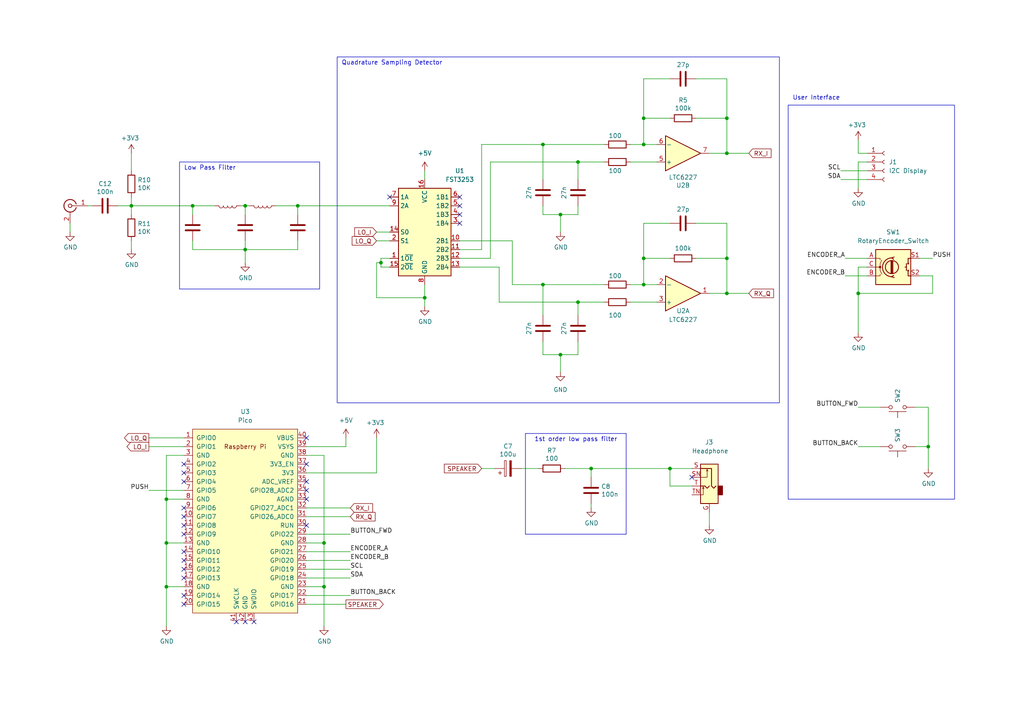
<source format=kicad_sch>
(kicad_sch (version 20230121) (generator eeschema)
  (paper "A4")
  (lib_symbols
    (symbol "Amplifier_Operational:LM4562" (pin_names (offset 0.127))
      (property "Reference" "U" (at 0 5.08 0))
      (property "Value" "LM4562" (at 0 -5.08 0))
      (symbol "LM4562_1_1"
        (polyline (pts (xy -5.08 5.08) (xy 5.08 0) (xy -5.08 -5.08) (xy -5.08 5.08)) (stroke (width 0.254)) (fill (type background)))
        (pin output line (at 7.62 0 180) (length 2.54) (name "~") (number "1"))
        (pin input line (at -7.62 -2.54 0) (length 2.54) (name "-") (number "2"))
        (pin input line (at -7.62 2.54 0) (length 2.54) (name "+") (number "3"))
      )
      (symbol "LM4562_2_1"
        (polyline (pts (xy -5.08 5.08) (xy 5.08 0) (xy -5.08 -5.08) (xy -5.08 5.08)) (stroke (width 0.254)) (fill (type background)))
        (pin input line (at -7.62 2.54 0) (length 2.54) (name "+") (number "5"))
        (pin input line (at -7.62 -2.54 0) (length 2.54) (name "-") (number "6"))
        (pin output line (at 7.62 0 180) (length 2.54) (name "~") (number "7"))
      )
      (symbol "LM4562_3_1"
        (pin power_in line (at -2.54 -7.62 90) (length 3.81) (name "V-") (number "4"))
        (pin power_in line (at -2.54 7.62 270) (length 3.81) (name "V+") (number "8"))
      )
    )
    (symbol "Connector:Conn_01x04_Socket" (pin_names (offset 1.016) hide)
      (property "Reference" "J" (at 0 5.08 0))
      (property "Value" "Conn_01x04_Socket" (at 0 -7.62 0))
      (symbol "Conn_01x04_Socket_1_1"
        (arc (start 0 -4.572) (mid -0.5058 -5.08) (end 0 -5.588) (stroke (width 0.1524)))
        (arc (start 0 -2.032) (mid -0.5058 -2.54) (end 0 -3.048) (stroke (width 0.1524)))
        (polyline (pts (xy -1.27 -5.08) (xy -0.508 -5.08)) (stroke (width 0.1524)))
        (polyline (pts (xy -1.27 -2.54) (xy -0.508 -2.54)) (stroke (width 0.1524)))
        (polyline (pts (xy -1.27 0) (xy -0.508 0)) (stroke (width 0.1524)))
        (polyline (pts (xy -1.27 2.54) (xy -0.508 2.54)) (stroke (width 0.1524)))
        (arc (start 0 0.508) (mid -0.5058 0) (end 0 -0.508) (stroke (width 0.1524)))
        (arc (start 0 3.048) (mid -0.5058 2.54) (end 0 2.032) (stroke (width 0.1524)))
        (pin passive line (at -5.08 2.54 0) (length 3.81) (name "Pin_1") (number "1"))
        (pin passive line (at -5.08 0 0) (length 3.81) (name "Pin_2") (number "2"))
        (pin passive line (at -5.08 -2.54 0) (length 3.81) (name "Pin_3") (number "3"))
        (pin passive line (at -5.08 -5.08 0) (length 3.81) (name "Pin_4") (number "4"))
      )
    )
    (symbol "Connector:Conn_Coaxial" (pin_names (offset 1.016) hide)
      (property "Reference" "J" (at 0.254 3.048 0))
      (property "Value" "Conn_Coaxial" (at 2.921 0 90))
      (symbol "Conn_Coaxial_0_1"
        (arc (start -1.778 -0.508) (mid 0.2311 -1.8066) (end 1.778 0) (stroke (width 0.254)))
        (polyline (pts (xy -2.54 0) (xy -0.508 0)))
        (polyline (pts (xy 0 -2.54) (xy 0 -1.778)))
        (circle (center 0 0) (radius 0.508) (stroke (width 0.2032)))
        (arc (start 1.778 0) (mid 0.2099 1.8101) (end -1.778 0.508) (stroke (width 0.254)))
      )
      (symbol "Conn_Coaxial_1_1"
        (pin passive line (at -5.08 0 0) (length 2.54) (name "In") (number "1"))
        (pin passive line (at 0 -5.08 90) (length 2.54) (name "Ext") (number "2"))
      )
    )
    (symbol "Device:C" (pin_numbers hide) (pin_names (offset 0.254))
      (property "Reference" "C" (at 0.635 2.54 0))
      (property "Value" "C" (at 0.635 -2.54 0))
      (symbol "C_0_1"
        (polyline (pts (xy -2.032 -0.762) (xy 2.032 -0.762)) (stroke (width 0.508)))
        (polyline (pts (xy -2.032 0.762) (xy 2.032 0.762)) (stroke (width 0.508)))
      )
      (symbol "C_1_1"
        (pin passive line (at 0 3.81 270) (length 2.794) (name "~") (number "1"))
        (pin passive line (at 0 -3.81 90) (length 2.794) (name "~") (number "2"))
      )
    )
    (symbol "Device:L" (pin_numbers hide) (pin_names (offset 1.016) hide)
      (property "Reference" "L" (at -1.27 0 90))
      (property "Value" "L" (at 1.905 0 90))
      (symbol "L_0_1"
        (arc (start 0 -2.54) (mid 0.6323 -1.905) (end 0 -1.27))
        (arc (start 0 -1.27) (mid 0.6323 -0.635) (end 0 0))
        (arc (start 0 0) (mid 0.6323 0.635) (end 0 1.27))
        (arc (start 0 1.27) (mid 0.6323 1.905) (end 0 2.54))
      )
      (symbol "L_1_1"
        (pin passive line (at 0 3.81 270) (length 1.27) (name "1") (number "1"))
        (pin passive line (at 0 -3.81 90) (length 1.27) (name "2") (number "2"))
      )
    )
    (symbol "Device:R" (pin_numbers hide) (pin_names (offset 0))
      (property "Reference" "R" (at 2.032 0 90))
      (property "Value" "R" (at 0 0 90))
      (symbol "R_0_1"
        (rectangle (start -1.016 -2.54) (end 1.016 2.54) (stroke (width 0.254)))
      )
      (symbol "R_1_1"
        (pin passive line (at 0 3.81 270) (length 1.27) (name "~") (number "1"))
        (pin passive line (at 0 -3.81 90) (length 1.27) (name "~") (number "2"))
      )
    )
    (symbol "Device:RotaryEncoder_Switch" (pin_names (offset 0.254) hide)
      (property "Reference" "SW" (at 0 6.604 0))
      (property "Value" "RotaryEncoder_Switch" (at 0 -6.604 0))
      (symbol "RotaryEncoder_Switch_0_1"
        (rectangle (start -5.08 5.08) (end 5.08 -5.08) (stroke (width 0.254)) (fill (type background)))
        (circle (center -3.81 0) (radius 0.254) (fill (type outline)))
        (circle (center -0.381 0) (radius 1.905) (stroke (width 0.254)))
        (arc (start -0.381 2.667) (mid -3.0988 -0.0635) (end -0.381 -2.794) (stroke (width 0.254)))
        (polyline (pts (xy -0.635 -1.778) (xy -0.635 1.778)) (stroke (width 0.254)))
        (polyline (pts (xy -0.381 -1.778) (xy -0.381 1.778)) (stroke (width 0.254)))
        (polyline (pts (xy -0.127 1.778) (xy -0.127 -1.778)) (stroke (width 0.254)))
        (polyline (pts (xy 3.81 0) (xy 3.429 0)) (stroke (width 0.254)))
        (polyline (pts (xy 3.81 1.016) (xy 3.81 -1.016)) (stroke (width 0.254)))
        (polyline (pts (xy -5.08 -2.54) (xy -3.81 -2.54) (xy -3.81 -2.032)))
        (polyline (pts (xy -5.08 2.54) (xy -3.81 2.54) (xy -3.81 2.032)))
        (polyline (pts (xy 0.254 -3.048) (xy -0.508 -2.794) (xy 0.127 -2.413)) (stroke (width 0.254)))
        (polyline (pts (xy 0.254 2.921) (xy -0.508 2.667) (xy 0.127 2.286)) (stroke (width 0.254)))
        (polyline (pts (xy 5.08 -2.54) (xy 4.318 -2.54) (xy 4.318 -1.016)) (stroke (width 0.254)))
        (polyline (pts (xy 5.08 2.54) (xy 4.318 2.54) (xy 4.318 1.016)) (stroke (width 0.254)))
        (polyline (pts (xy -5.08 0) (xy -3.81 0) (xy -3.81 -1.016) (xy -3.302 -2.032)))
        (polyline (pts (xy -4.318 0) (xy -3.81 0) (xy -3.81 1.016) (xy -3.302 2.032)))
        (circle (center 4.318 -1.016) (radius 0.127) (stroke (width 0.254)))
        (circle (center 4.318 1.016) (radius 0.127) (stroke (width 0.254)))
      )
      (symbol "RotaryEncoder_Switch_1_1"
        (pin passive line (at -7.62 2.54 0) (length 2.54) (name "A") (number "A"))
        (pin passive line (at -7.62 -2.54 0) (length 2.54) (name "B") (number "B"))
        (pin passive line (at -7.62 0 0) (length 2.54) (name "C") (number "C"))
        (pin passive line (at 7.62 2.54 180) (length 2.54) (name "S1") (number "S1"))
        (pin passive line (at 7.62 -2.54 180) (length 2.54) (name "S2") (number "S2"))
      )
    )
    (symbol "RADIO-rescue:AudioJack2_Ground_Switch-Connector"
      (property "Reference" "J" (at 0 11.43 0))
      (property "Value" "Connector_AudioJack2_Ground_Switch" (at 0 8.89 0))
      (symbol "AudioJack2_Ground_Switch-Connector_0_1"
        (rectangle (start -2.54 -2.54) (end -3.81 0) (stroke (width 0.254)) (fill (type outline)))
        (rectangle (start 2.54 6.35) (end -2.54 -5.08) (stroke (width 0.254)) (fill (type background)))
      )
      (symbol "AudioJack2_Ground_Switch-Connector_1_1"
        (polyline (pts (xy 0.635 4.826) (xy 0.889 4.318)))
        (polyline (pts (xy 1.778 -0.254) (xy 2.032 -0.762)))
        (polyline (pts (xy 0 0) (xy 0.635 -0.635) (xy 1.27 0) (xy 2.54 0)) (stroke (width 0.254)))
        (polyline (pts (xy 2.54 -2.54) (xy 1.778 -2.54) (xy 1.778 -0.254) (xy 1.524 -0.762)))
        (polyline (pts (xy 2.54 2.54) (xy 0.635 2.54) (xy 0.635 4.826) (xy 0.381 4.318)))
        (polyline (pts (xy 2.54 5.08) (xy -0.635 5.08) (xy -0.635 0) (xy -1.27 -0.635) (xy -1.905 0)) (stroke (width 0.254)))
        (pin passive line (at 0 -7.62 90) (length 2.54) (name "~") (number "G"))
        (pin passive line (at 5.08 5.08 180) (length 2.54) (name "~") (number "S"))
        (pin passive line (at 5.08 2.54 180) (length 2.54) (name "~") (number "SN"))
        (pin passive line (at 5.08 0 180) (length 2.54) (name "~") (number "T"))
        (pin passive line (at 5.08 -2.54 180) (length 2.54) (name "~") (number "TN"))
      )
    )
    (symbol "RADIO-rescue:CP-Device" (pin_numbers hide) (pin_names (offset 0.254))
      (property "Reference" "C" (at 0.635 2.54 0))
      (property "Value" "Device_CP" (at 0.635 -2.54 0))
      (symbol "CP-Device_0_1"
        (rectangle (start -2.286 0.508) (end 2.286 1.016))
        (polyline (pts (xy -1.778 2.286) (xy -0.762 2.286)))
        (polyline (pts (xy -1.27 2.794) (xy -1.27 1.778)))
        (rectangle (start 2.286 -0.508) (end -2.286 -1.016) (fill (type outline)))
      )
      (symbol "CP-Device_1_1"
        (pin passive line (at 0 3.81 270) (length 2.794) (name "~") (number "1"))
        (pin passive line (at 0 -3.81 90) (length 2.794) (name "~") (number "2"))
      )
    )
    (symbol "RADIO-rescue:FST5253-xcvr_components"
      (property "Reference" "U" (at -7.62 13.97 0))
      (property "Value" "FST5253-xcvr_components" (at -11.43 -13.97 0))
      (symbol "FST5253-xcvr_components_0_1"
        (rectangle (start -7.62 12.7) (end 7.62 -12.7) (stroke (width 0.254)) (fill (type background)))
        (rectangle (start 7.62 -12.7) (end 7.62 -12.7))
      )
      (symbol "FST5253-xcvr_components_1_1"
        (pin input line (at -10.16 -7.62 0) (length 2.54) (name "1~{OE}") (number "1"))
        (pin bidirectional line (at 10.16 -2.54 180) (length 2.54) (name "2B1") (number "10"))
        (pin bidirectional line (at 10.16 -5.08 180) (length 2.54) (name "2B2") (number "11"))
        (pin bidirectional line (at 10.16 -7.62 180) (length 2.54) (name "2B3") (number "12"))
        (pin bidirectional line (at 10.16 -10.16 180) (length 2.54) (name "2B4") (number "13"))
        (pin input line (at -10.16 0 0) (length 2.54) (name "S0") (number "14"))
        (pin input line (at -10.16 -10.16 0) (length 2.54) (name "2~{OE}") (number "15"))
        (pin power_in line (at 0 15.24 270) (length 2.54) (name "VCC") (number "16"))
        (pin input line (at -10.16 -2.54 0) (length 2.54) (name "S1") (number "2"))
        (pin bidirectional line (at 10.16 2.54 180) (length 2.54) (name "1B4") (number "3"))
        (pin bidirectional line (at 10.16 5.08 180) (length 2.54) (name "1B3") (number "4"))
        (pin bidirectional line (at 10.16 7.62 180) (length 2.54) (name "1B2") (number "5"))
        (pin bidirectional line (at 10.16 10.16 180) (length 2.54) (name "1B1") (number "6"))
        (pin bidirectional line (at -10.16 10.16 0) (length 2.54) (name "1A") (number "7"))
        (pin power_in line (at 0 -15.24 90) (length 2.54) (name "GND") (number "8"))
        (pin bidirectional line (at -10.16 7.62 0) (length 2.54) (name "2A") (number "9"))
      )
    )
    (symbol "Switch:SW_Push" (pin_numbers hide) (pin_names (offset 1.016) hide)
      (property "Reference" "SW" (at 1.27 2.54 0))
      (property "Value" "SW_Push" (at 0 -1.524 0))
      (symbol "SW_Push_0_1"
        (circle (center -2.032 0) (radius 0.508))
        (polyline (pts (xy 0 1.27) (xy 0 3.048)))
        (polyline (pts (xy 2.54 1.27) (xy -2.54 1.27)))
        (circle (center 2.032 0) (radius 0.508))
        (pin passive line (at -5.08 0 0) (length 2.54) (name "1") (number "1"))
        (pin passive line (at 5.08 0 180) (length 2.54) (name "2") (number "2"))
      )
    )
    (symbol "pico:Pico" (pin_names (offset 1.016))
      (property "Reference" "U2" (at 0 29.21 0))
      (property "Value" "Pico" (at 0 16.51 0))
      (symbol "Pico_0_0"
        (text "Raspberry Pi" (at 0 21.59 0) (effects (font (size 1.27 1.27))))
      )
      (symbol "Pico_0_1"
        (rectangle (start -15.24 26.67) (end 15.24 -26.67) (fill (type background)))
      )
      (symbol "Pico_1_1"
        (pin bidirectional line (at -17.78 24.13 0) (length 2.54) (name "GPIO0") (number "1"))
        (pin bidirectional line (at -17.78 1.27 0) (length 2.54) (name "GPIO7") (number "10"))
        (pin bidirectional line (at -17.78 -1.27 0) (length 2.54) (name "GPIO8") (number "11"))
        (pin bidirectional line (at -17.78 -3.81 0) (length 2.54) (name "GPIO9") (number "12"))
        (pin power_in line (at -17.78 -6.35 0) (length 2.54) (name "GND") (number "13"))
        (pin bidirectional line (at -17.78 -8.89 0) (length 2.54) (name "GPIO10") (number "14"))
        (pin bidirectional line (at -17.78 -11.43 0) (length 2.54) (name "GPIO11") (number "15"))
        (pin bidirectional line (at -17.78 -13.97 0) (length 2.54) (name "GPIO12") (number "16"))
        (pin bidirectional line (at -17.78 -16.51 0) (length 2.54) (name "GPIO13") (number "17"))
        (pin power_in line (at -17.78 -19.05 0) (length 2.54) (name "GND") (number "18"))
        (pin bidirectional line (at -17.78 -21.59 0) (length 2.54) (name "GPIO14") (number "19"))
        (pin bidirectional line (at -17.78 21.59 0) (length 2.54) (name "GPIO1") (number "2"))
        (pin bidirectional line (at -17.78 -24.13 0) (length 2.54) (name "GPIO15") (number "20"))
        (pin bidirectional line (at 17.78 -24.13 180) (length 2.54) (name "GPIO16") (number "21"))
        (pin bidirectional line (at 17.78 -21.59 180) (length 2.54) (name "GPIO17") (number "22"))
        (pin power_in line (at 17.78 -19.05 180) (length 2.54) (name "GND") (number "23"))
        (pin bidirectional line (at 17.78 -16.51 180) (length 2.54) (name "GPIO18") (number "24"))
        (pin bidirectional line (at 17.78 -13.97 180) (length 2.54) (name "GPIO19") (number "25"))
        (pin bidirectional line (at 17.78 -11.43 180) (length 2.54) (name "GPIO20") (number "26"))
        (pin bidirectional line (at 17.78 -8.89 180) (length 2.54) (name "GPIO21") (number "27"))
        (pin power_in line (at 17.78 -6.35 180) (length 2.54) (name "GND") (number "28"))
        (pin bidirectional line (at 17.78 -3.81 180) (length 2.54) (name "GPIO22") (number "29"))
        (pin power_in line (at -17.78 19.05 0) (length 2.54) (name "GND") (number "3"))
        (pin input line (at 17.78 -1.27 180) (length 2.54) (name "RUN") (number "30"))
        (pin bidirectional line (at 17.78 1.27 180) (length 2.54) (name "GPIO26_ADC0") (number "31"))
        (pin bidirectional line (at 17.78 3.81 180) (length 2.54) (name "GPIO27_ADC1") (number "32"))
        (pin power_in line (at 17.78 6.35 180) (length 2.54) (name "AGND") (number "33"))
        (pin bidirectional line (at 17.78 8.89 180) (length 2.54) (name "GPIO28_ADC2") (number "34"))
        (pin unspecified line (at 17.78 11.43 180) (length 2.54) (name "ADC_VREF") (number "35"))
        (pin unspecified line (at 17.78 13.97 180) (length 2.54) (name "3V3") (number "36"))
        (pin input line (at 17.78 16.51 180) (length 2.54) (name "3V3_EN") (number "37"))
        (pin bidirectional line (at 17.78 19.05 180) (length 2.54) (name "GND") (number "38"))
        (pin unspecified line (at 17.78 21.59 180) (length 2.54) (name "VSYS") (number "39"))
        (pin bidirectional line (at -17.78 16.51 0) (length 2.54) (name "GPIO2") (number "4"))
        (pin unspecified line (at 17.78 24.13 180) (length 2.54) (name "VBUS") (number "40"))
        (pin input line (at -2.54 -29.21 90) (length 2.54) (name "SWCLK") (number "41"))
        (pin power_in line (at 0 -29.21 90) (length 2.54) (name "GND") (number "42"))
        (pin bidirectional line (at 2.54 -29.21 90) (length 2.54) (name "SWDIO") (number "43"))
        (pin bidirectional line (at -17.78 13.97 0) (length 2.54) (name "GPIO3") (number "5"))
        (pin bidirectional line (at -17.78 11.43 0) (length 2.54) (name "GPIO4") (number "6"))
        (pin bidirectional line (at -17.78 8.89 0) (length 2.54) (name "GPIO5") (number "7"))
        (pin power_in line (at -17.78 6.35 0) (length 2.54) (name "GND") (number "8"))
        (pin bidirectional line (at -17.78 3.81 0) (length 2.54) (name "GPIO6") (number "9"))
      )
    )
    (symbol "power:+3V3" (power) (pin_names (offset 0))
      (property "Value" "+3V3" (at 0 3.556 0))
      (symbol "+3V3_0_1"
        (polyline (pts (xy -0.762 1.27) (xy 0 2.54)))
        (polyline (pts (xy 0 0) (xy 0 2.54)))
        (polyline (pts (xy 0 2.54) (xy 0.762 1.27)))
      )
      (symbol "+3V3_1_1"
        (pin power_in line (at 0 0 90) (length 0) hide (name "+3V3") (number "1"))
      )
    )
    (symbol "power:+5V" (power) (pin_names (offset 0))
      (property "Value" "+5V" (at 0 3.556 0))
      (symbol "+5V_0_1"
        (polyline (pts (xy -0.762 1.27) (xy 0 2.54)))
        (polyline (pts (xy 0 0) (xy 0 2.54)))
        (polyline (pts (xy 0 2.54) (xy 0.762 1.27)))
      )
      (symbol "+5V_1_1"
        (pin power_in line (at 0 0 90) (length 0) hide (name "+5V") (number "1"))
      )
    )
    (symbol "power:GND" (power) (pin_names (offset 0))
      (property "Value" "GND" (at 0 -3.81 0))
      (symbol "GND_0_1"
        (polyline (pts (xy 0 0) (xy 0 -1.27) (xy 1.27 -1.27) (xy 0 -2.54) (xy -1.27 -1.27) (xy 0 -1.27)))
      )
      (symbol "GND_1_1"
        (pin power_in line (at 0 0 270) (length 0) hide (name "GND") (number "1"))
      )
    )
  )
  (junction (at 38.1 59.69))
  (junction (at 123.19 86.36))
  (junction (at 48.26 144.78))
  (junction (at 171.45 135.89))
  (junction (at 110.49 76.2))
  (junction (at 55.88 59.69))
  (junction (at 248.92 85.09))
  (junction (at 162.56 102.87))
  (junction (at 48.26 170.18))
  (junction (at 167.64 87.63))
  (junction (at 186.69 74.93))
  (junction (at 210.82 44.45))
  (junction (at 194.31 135.89))
  (junction (at 210.82 74.93))
  (junction (at 162.56 62.23))
  (junction (at 186.69 82.55))
  (junction (at 157.48 41.91))
  (junction (at 71.12 72.39))
  (junction (at 210.82 85.09))
  (junction (at 71.12 59.69))
  (junction (at 86.36 59.69))
  (junction (at 93.98 170.18))
  (junction (at 48.26 157.48))
  (junction (at 210.82 34.29))
  (junction (at 186.69 41.91))
  (junction (at 167.64 46.99))
  (junction (at 269.24 129.54))
  (junction (at 186.69 34.29))
  (junction (at 157.48 82.55))
  (junction (at 93.98 157.48))
  (no_connect (at 71.12 180.34))
  (no_connect (at 88.9 152.4))
  (no_connect (at 53.34 152.4))
  (no_connect (at 53.34 149.86))
  (no_connect (at 133.35 57.15))
  (no_connect (at 88.9 139.7))
  (no_connect (at 88.9 127))
  (no_connect (at 53.34 167.64))
  (no_connect (at 53.34 147.32))
  (no_connect (at 88.9 134.62))
  (no_connect (at 53.34 175.26))
  (no_connect (at 88.9 142.24))
  (no_connect (at 88.9 144.78))
  (no_connect (at 53.34 137.16))
  (no_connect (at 53.34 134.62))
  (no_connect (at 53.34 172.72))
  (no_connect (at 53.34 165.1))
  (no_connect (at 53.34 154.94))
  (no_connect (at 53.34 160.02))
  (no_connect (at 133.35 62.23))
  (no_connect (at 68.58 180.34))
  (no_connect (at 73.66 180.34))
  (no_connect (at 53.34 162.56))
  (no_connect (at 53.34 139.7))
  (no_connect (at 133.35 59.69))
  (no_connect (at 113.03 57.15))
  (no_connect (at 133.35 64.77))
  (no_connect (at 200.66 138.43))
  (wire (pts (xy 100.33 129.54) (xy 100.33 127)))
  (wire (pts (xy 109.22 69.85) (xy 113.03 69.85)))
  (wire (pts (xy 48.26 132.08) (xy 48.26 144.78)))
  (wire (pts (xy 167.64 52.07) (xy 167.64 46.99)))
  (wire (pts (xy 88.9 172.72) (xy 101.6 172.72)))
  (wire (pts (xy 88.9 160.02) (xy 101.6 160.02)))
  (wire (pts (xy 48.26 157.48) (xy 48.26 170.18)))
  (wire (pts (xy 265.43 118.11) (xy 269.24 118.11)))
  (wire (pts (xy 38.1 44.45) (xy 38.1 49.53)))
  (wire (pts (xy 93.98 170.18) (xy 93.98 181.61)))
  (wire (pts (xy 171.45 146.05) (xy 171.45 147.32)))
  (wire (pts (xy 167.64 59.69) (xy 167.64 62.23)))
  (wire (pts (xy 186.69 22.86) (xy 186.69 34.29)))
  (wire (pts (xy 210.82 74.93) (xy 210.82 85.09)))
  (wire (pts (xy 38.1 69.85) (xy 38.1 72.39)))
  (wire (pts (xy 148.59 69.85) (xy 148.59 82.55)))
  (wire (pts (xy 88.9 154.94) (xy 101.6 154.94)))
  (wire (pts (xy 86.36 59.69) (xy 86.36 62.23)))
  (wire (pts (xy 270.51 85.09) (xy 248.92 85.09)))
  (wire (pts (xy 182.88 82.55) (xy 186.69 82.55)))
  (wire (pts (xy 110.49 76.2) (xy 110.49 74.93)))
  (wire (pts (xy 201.93 34.29) (xy 210.82 34.29)))
  (wire (pts (xy 71.12 72.39) (xy 71.12 76.2)))
  (wire (pts (xy 53.34 127) (xy 43.18 127)))
  (wire (pts (xy 123.19 49.53) (xy 123.19 52.07)))
  (wire (pts (xy 245.11 74.93) (xy 251.46 74.93)))
  (wire (pts (xy 133.35 74.93) (xy 142.24 74.93)))
  (wire (pts (xy 251.46 46.99) (xy 248.92 46.99)))
  (wire (pts (xy 88.9 147.32) (xy 101.6 147.32)))
  (wire (pts (xy 53.34 144.78) (xy 48.26 144.78)))
  (wire (pts (xy 88.9 162.56) (xy 101.6 162.56)))
  (wire (pts (xy 88.9 167.64) (xy 101.6 167.64)))
  (wire (pts (xy 69.85 59.69) (xy 71.12 59.69)))
  (wire (pts (xy 157.48 82.55) (xy 175.26 82.55)))
  (wire (pts (xy 148.59 82.55) (xy 157.48 82.55)))
  (wire (pts (xy 55.88 69.85) (xy 55.88 72.39)))
  (wire (pts (xy 171.45 135.89) (xy 194.31 135.89)))
  (wire (pts (xy 109.22 76.2) (xy 110.49 76.2)))
  (wire (pts (xy 210.82 44.45) (xy 205.74 44.45)))
  (wire (pts (xy 194.31 135.89) (xy 194.31 140.97)))
  (wire (pts (xy 88.9 165.1) (xy 101.6 165.1)))
  (wire (pts (xy 201.93 74.93) (xy 210.82 74.93)))
  (wire (pts (xy 25.4 59.69) (xy 26.67 59.69)))
  (wire (pts (xy 210.82 85.09) (xy 205.74 85.09)))
  (wire (pts (xy 123.19 82.55) (xy 123.19 86.36)))
  (wire (pts (xy 139.7 72.39) (xy 139.7 41.91)))
  (wire (pts (xy 167.64 87.63) (xy 175.26 87.63)))
  (wire (pts (xy 190.5 41.91) (xy 186.69 41.91)))
  (wire (pts (xy 210.82 85.09) (xy 217.17 85.09)))
  (wire (pts (xy 34.29 59.69) (xy 38.1 59.69)))
  (wire (pts (xy 248.92 77.47) (xy 251.46 77.47)))
  (wire (pts (xy 167.64 91.44) (xy 167.64 87.63)))
  (wire (pts (xy 53.34 170.18) (xy 48.26 170.18)))
  (wire (pts (xy 167.64 46.99) (xy 175.26 46.99)))
  (wire (pts (xy 270.51 80.01) (xy 270.51 85.09)))
  (wire (pts (xy 53.34 157.48) (xy 48.26 157.48)))
  (wire (pts (xy 194.31 135.89) (xy 200.66 135.89)))
  (wire (pts (xy 248.92 44.45) (xy 251.46 44.45)))
  (wire (pts (xy 186.69 34.29) (xy 194.31 34.29)))
  (wire (pts (xy 53.34 132.08) (xy 48.26 132.08)))
  (wire (pts (xy 123.19 86.36) (xy 123.19 88.9)))
  (wire (pts (xy 162.56 102.87) (xy 162.56 107.95)))
  (wire (pts (xy 248.92 40.64) (xy 248.92 44.45)))
  (wire (pts (xy 210.82 22.86) (xy 210.82 34.29)))
  (wire (pts (xy 210.82 64.77) (xy 210.82 74.93)))
  (wire (pts (xy 210.82 44.45) (xy 217.17 44.45)))
  (wire (pts (xy 38.1 59.69) (xy 55.88 59.69)))
  (wire (pts (xy 88.9 132.08) (xy 93.98 132.08)))
  (wire (pts (xy 182.88 46.99) (xy 190.5 46.99)))
  (wire (pts (xy 157.48 59.69) (xy 157.48 62.23)))
  (wire (pts (xy 167.64 99.06) (xy 167.64 102.87)))
  (wire (pts (xy 201.93 64.77) (xy 210.82 64.77)))
  (polyline (pts (xy 152.4 125.73) (xy 181.61 125.73)))
  (polyline (pts (xy 152.4 154.94) (xy 181.61 154.94)))
  (wire (pts (xy 248.92 46.99) (xy 248.92 54.61)))
  (wire (pts (xy 266.7 74.93) (xy 270.51 74.93)))
  (wire (pts (xy 133.35 72.39) (xy 139.7 72.39)))
  (wire (pts (xy 48.26 170.18) (xy 48.26 181.61)))
  (wire (pts (xy 157.48 102.87) (xy 162.56 102.87)))
  (wire (pts (xy 269.24 129.54) (xy 269.24 135.89)))
  (wire (pts (xy 248.92 85.09) (xy 248.92 77.47)))
  (wire (pts (xy 201.93 22.86) (xy 210.82 22.86)))
  (wire (pts (xy 109.22 127) (xy 109.22 137.16)))
  (wire (pts (xy 43.18 129.54) (xy 53.34 129.54)))
  (wire (pts (xy 93.98 157.48) (xy 93.98 170.18)))
  (wire (pts (xy 133.35 69.85) (xy 148.59 69.85)))
  (wire (pts (xy 110.49 77.47) (xy 110.49 76.2)))
  (wire (pts (xy 210.82 34.29) (xy 210.82 44.45)))
  (wire (pts (xy 243.84 49.53) (xy 251.46 49.53)))
  (wire (pts (xy 88.9 149.86) (xy 101.6 149.86)))
  (wire (pts (xy 55.88 59.69) (xy 62.23 59.69)))
  (wire (pts (xy 20.32 64.77) (xy 20.32 67.31)))
  (wire (pts (xy 144.78 87.63) (xy 144.78 77.47)))
  (polyline (pts (xy 152.4 125.73) (xy 152.4 154.94)))
  (wire (pts (xy 71.12 59.69) (xy 72.39 59.69)))
  (wire (pts (xy 55.88 59.69) (xy 55.88 62.23)))
  (wire (pts (xy 194.31 64.77) (xy 186.69 64.77)))
  (wire (pts (xy 86.36 59.69) (xy 113.03 59.69)))
  (wire (pts (xy 186.69 74.93) (xy 186.69 82.55)))
  (wire (pts (xy 80.01 59.69) (xy 86.36 59.69)))
  (wire (pts (xy 71.12 59.69) (xy 71.12 62.23)))
  (wire (pts (xy 248.92 129.54) (xy 255.27 129.54)))
  (wire (pts (xy 88.9 175.26) (xy 100.33 175.26)))
  (wire (pts (xy 186.69 82.55) (xy 190.5 82.55)))
  (wire (pts (xy 142.24 74.93) (xy 142.24 46.99)))
  (wire (pts (xy 269.24 118.11) (xy 269.24 129.54)))
  (wire (pts (xy 269.24 129.54) (xy 265.43 129.54)))
  (wire (pts (xy 139.7 41.91) (xy 157.48 41.91)))
  (wire (pts (xy 88.9 129.54) (xy 100.33 129.54)))
  (wire (pts (xy 182.88 41.91) (xy 186.69 41.91)))
  (wire (pts (xy 109.22 67.31) (xy 113.03 67.31)))
  (polyline (pts (xy 181.61 154.94) (xy 181.61 125.73)))
  (wire (pts (xy 157.48 41.91) (xy 175.26 41.91)))
  (wire (pts (xy 194.31 22.86) (xy 186.69 22.86)))
  (wire (pts (xy 71.12 69.85) (xy 71.12 72.39)))
  (wire (pts (xy 71.12 72.39) (xy 86.36 72.39)))
  (wire (pts (xy 48.26 144.78) (xy 48.26 157.48)))
  (wire (pts (xy 55.88 72.39) (xy 71.12 72.39)))
  (wire (pts (xy 88.9 157.48) (xy 93.98 157.48)))
  (wire (pts (xy 157.48 99.06) (xy 157.48 102.87)))
  (wire (pts (xy 86.36 69.85) (xy 86.36 72.39)))
  (wire (pts (xy 186.69 41.91) (xy 186.69 34.29)))
  (wire (pts (xy 113.03 77.47) (xy 110.49 77.47)))
  (wire (pts (xy 162.56 62.23) (xy 157.48 62.23)))
  (wire (pts (xy 248.92 118.11) (xy 255.27 118.11)))
  (wire (pts (xy 266.7 80.01) (xy 270.51 80.01)))
  (wire (pts (xy 200.66 140.97) (xy 194.31 140.97)))
  (wire (pts (xy 43.18 142.24) (xy 53.34 142.24)))
  (wire (pts (xy 157.48 41.91) (xy 157.48 52.07)))
  (wire (pts (xy 205.74 148.59) (xy 205.74 152.4)))
  (wire (pts (xy 151.13 135.89) (xy 156.21 135.89)))
  (wire (pts (xy 162.56 62.23) (xy 162.56 67.31)))
  (wire (pts (xy 182.88 87.63) (xy 190.5 87.63)))
  (wire (pts (xy 157.48 82.55) (xy 157.48 91.44)))
  (wire (pts (xy 163.83 135.89) (xy 171.45 135.89)))
  (wire (pts (xy 109.22 86.36) (xy 123.19 86.36)))
  (wire (pts (xy 144.78 77.47) (xy 133.35 77.47)))
  (wire (pts (xy 110.49 74.93) (xy 113.03 74.93)))
  (wire (pts (xy 139.7 135.89) (xy 143.51 135.89)))
  (wire (pts (xy 245.11 80.01) (xy 251.46 80.01)))
  (wire (pts (xy 186.69 64.77) (xy 186.69 74.93)))
  (wire (pts (xy 93.98 132.08) (xy 93.98 157.48)))
  (wire (pts (xy 38.1 59.69) (xy 38.1 62.23)))
  (wire (pts (xy 248.92 96.52) (xy 248.92 85.09)))
  (wire (pts (xy 38.1 57.15) (xy 38.1 59.69)))
  (wire (pts (xy 109.22 76.2) (xy 109.22 86.36)))
  (wire (pts (xy 243.84 52.07) (xy 251.46 52.07)))
  (wire (pts (xy 88.9 137.16) (xy 109.22 137.16)))
  (wire (pts (xy 162.56 62.23) (xy 167.64 62.23)))
  (wire (pts (xy 88.9 170.18) (xy 93.98 170.18)))
  (wire (pts (xy 194.31 74.93) (xy 186.69 74.93)))
  (wire (pts (xy 142.24 46.99) (xy 167.64 46.99)))
  (wire (pts (xy 144.78 87.63) (xy 167.64 87.63)))
  (wire (pts (xy 171.45 135.89) (xy 171.45 138.43)))
  (wire (pts (xy 162.56 102.87) (xy 167.64 102.87)))
  (rectangle (start 97.79 16.51) (end 226.06 116.84))
  (rectangle (start 228.6 30.48) (end 276.86 144.78))
  (rectangle (start 52.07 46.99) (end 92.71 83.82))
  (text "1st order low pass filter" (at 179.07 128.27 0) (effects (font (size 1.27 1.27)) (justify right bottom)))
  (text "Low Pass Filter" (at 53.34 49.53 0) (effects (font (size 1.27 1.27)) (justify left bottom)))
  (text "User Interface" (at 229.87 29.21 0) (effects (font (size 1.27 1.27)) (justify left bottom)))
  (text "Quadrature Sampling Detector" (at 99.06 19.05 0) (effects (font (size 1.27 1.27)) (justify left bottom)))
  (label "BUTTON_BACK" (at 248.92 129.54 180))
  (label "BUTTON_FWD" (at 101.6 154.94 0))
  (label "SDA" (at 101.6 167.64 0))
  (label "PUSH" (at 270.51 74.93 0))
  (label "ENCODER_A" (at 101.6 160.02 0))
  (label "PUSH" (at 43.18 142.24 180))
  (label "ENCODER_B" (at 101.6 162.56 0))
  (label "SDA" (at 243.84 52.07 180))
  (label "ENCODER_B" (at 245.11 80.01 180))
  (label "BUTTON_FWD" (at 248.92 118.11 180))
  (label "ENCODER_A" (at 245.11 74.93 180))
  (label "SCL" (at 101.6 165.1 0))
  (label "SCL" (at 243.84 49.53 180))
  (label "BUTTON_BACK" (at 101.6 172.72 0))
  (global_label "RX_Q" (shape input) (at 217.17 85.09 0) (property "Intersheetrefs" "${INTERSHEET_REFS}" (effects hide)))
  (global_label "SPEAKER" (shape input) (at 139.7 135.89 180) (property "Intersheetrefs" "${INTERSHEET_REFS}" (effects hide)))
  (global_label "RX_I" (shape input) (at 217.17 44.45 0) (property "Intersheetrefs" "${INTERSHEET_REFS}" (effects hide)))
  (global_label "RX_Q" (shape input) (at 101.6 149.86 0) (property "Intersheetrefs" "${INTERSHEET_REFS}" (effects hide)))
  (global_label "LO_Q" (shape input) (at 109.22 69.85 180) (property "Intersheetrefs" "${INTERSHEET_REFS}" (effects hide)))
  (global_label "RX_I" (shape input) (at 101.6 147.32 0) (property "Intersheetrefs" "${INTERSHEET_REFS}" (effects hide)))
  (global_label "SPEAKER" (shape output) (at 100.33 175.26 0) (property "Intersheetrefs" "${INTERSHEET_REFS}" (effects hide)))
  (global_label "LO_I" (shape input) (at 109.22 67.31 180) (property "Intersheetrefs" "${INTERSHEET_REFS}" (effects hide)))
  (global_label "LO_I" (shape output) (at 43.18 129.54 180) (property "Intersheetrefs" "${INTERSHEET_REFS}" (effects hide)))
  (global_label "LO_Q" (shape output) (at 43.18 127 180) (property "Intersheetrefs" "${INTERSHEET_REFS}" (effects hide)))
  (symbol (lib_id "RADIO-rescue:FST5253-xcvr_components") (at 123.19 67.31 0) (unit 1)
    (property "Reference" "U1" (at 133.35 49.53 0))
    (property "Value" "FST3253" (at 133.35 52.07 0))
    (property "Footprint" "Package_SO:SOIC-16_3.9x9.9mm_P1.27mm" (effects hide))
    (property "Datasheet" "http://www.ti.com/lit/gpn/sn74cbt3253" (effects hide))
  )
  (symbol (lib_id "RADIO-rescue:CP-Device") (at 147.32 135.89 90) (unit 1)
    (property "Reference" "C7" (at 147.32 129.4384 90))
    (property "Value" "100u" (at 147.32 131.7498 90))
    (property "Footprint" "Capacitor_Tantalum_SMD:CP_EIA-3528-21_Kemet-B" (effects hide))
  )
  (symbol (lib_id "power:GND") (at 48.26 181.61 0) (unit 1)
    (property "Reference" "#PWR05" (effects hide))
    (property "Value" "GND" (at 48.387 186.0042 0))
  )
  (symbol (lib_id "power:+5V") (at 100.33 127 0) (unit 1)
    (property "Reference" "#PWR07" (effects hide))
    (property "Value" "+5V" (at 100.33 121.92 0))
  )
  (symbol (lib_id "Device:C") (at 71.12 66.04 180) (unit 1)
    (property "Reference" "C10" (effects hide))
    (property "Value" "1n" (effects hide))
    (property "Footprint" "Capacitor_SMD:C_0805_2012Metric" (effects hide))
  )
  (symbol (lib_id "Device:R") (at 179.07 46.99 270) (unit 1)
    (property "Reference" "R2" (effects hide))
    (property "Value" "100" (at 180.34 49.53 90) (effects (justify right)))
    (property "Footprint" "Resistor_SMD:R_0805_2012Metric" (effects hide))
  )
  (symbol (lib_id "power:GND") (at 205.74 152.4 0) (unit 1)
    (property "Reference" "#PWR015" (effects hide))
    (property "Value" "GND" (at 205.867 156.7942 0))
  )
  (symbol (lib_id "Device:L") (at 76.2 59.69 270) (unit 1)
    (property "Reference" "L2" (effects hide))
    (property "Value" "1u" (effects hide))
    (property "Footprint" "Inductor_SMD:L_0805_2012Metric_Pad1.05x1.20mm_HandSolder" (effects hide))
  )
  (symbol (lib_id "Device:C") (at 157.48 95.25 180) (unit 1)
    (property "Reference" "C2" (effects hide))
    (property "Value" "27n" (at 153.416 95.25 90))
    (property "Footprint" "Capacitor_SMD:C_0805_2012Metric" (effects hide))
  )
  (symbol (lib_id "Device:C") (at 171.45 142.24 0) (unit 1)
    (property "Reference" "C8" (at 174.371 141.097 0) (effects (justify left)))
    (property "Value" "100n" (at 174.371 143.383 0) (effects (justify left)))
    (property "Footprint" "Capacitor_SMD:C_0805_2012Metric" (effects hide))
  )
  (symbol (lib_id "power:+5V") (at 123.19 49.53 0) (unit 1)
    (property "Reference" "#PWR01" (effects hide))
    (property "Value" "+5V" (at 123.19 44.45 0))
  )
  (symbol (lib_id "Device:RotaryEncoder_Switch") (at 259.08 77.47 0) (unit 1)
    (property "Reference" "SW1" (at 259.08 67.31 0))
    (property "Value" "RotaryEncoder_Switch" (at 259.08 69.85 0))
    (property "Footprint" "Rotary_Encoder:RotaryEncoder_Alps_EC11E-Switch_Vertical_H20mm" (effects hide))
  )
  (symbol (lib_id "Device:R") (at 38.1 53.34 0) (unit 1)
    (property "Reference" "R10" (at 39.878 52.197 0) (effects (justify left)))
    (property "Value" "10K" (at 39.878 54.483 0) (effects (justify left)))
    (property "Footprint" "Resistor_SMD:R_0805_2012Metric" (effects hide))
  )
  (symbol (lib_id "Connector:Conn_Coaxial") (at 20.32 59.69 0) (mirror y) (unit 1)
    (property "Reference" "J4" (effects hide))
    (property "Value" "Antenna" (effects hide))
    (property "Footprint" "Connector_Coaxial:SMA_Samtec_SMA-J-P-X-ST-EM1_EdgeMount" (effects hide))
    (property "Datasheet" " ~" (effects hide))
  )
  (symbol (lib_id "power:+3V3") (at 38.1 44.45 0) (mirror y) (unit 1)
    (property "Reference" "#PWR018" (effects hide))
    (property "Value" "+3V3" (at 37.719 40.0558 0))
  )
  (symbol (lib_id "Device:C") (at 198.12 22.86 90) (unit 1)
    (property "Reference" "C5" (effects hide))
    (property "Value" "27p" (at 198.12 18.796 90))
    (property "Footprint" "Capacitor_SMD:C_0805_2012Metric" (effects hide))
  )
  (symbol (lib_id "Connector:Conn_01x04_Socket") (at 256.54 46.99 0) (unit 1)
    (property "Reference" "J1" (at 257.81 46.99 0) (effects (justify left)))
    (property "Value" "I2C Display" (at 257.81 49.53 0) (effects (justify left)))
    (property "Footprint" "reciever:SDD1306" (effects hide))
  )
  (symbol (lib_id "Device:C") (at 167.64 95.25 180) (unit 1)
    (property "Reference" "C4" (effects hide))
    (property "Value" "27n" (at 163.576 95.25 90))
    (property "Footprint" "Capacitor_SMD:C_0805_2012Metric" (effects hide))
  )
  (symbol (lib_id "Amplifier_Operational:LM4562") (at 198.12 85.09 0) (mirror x) (unit 1)
    (property "Reference" "U2" (at 198.12 90.17 0))
    (property "Value" "LTC6227" (at 198.12 92.71 0))
    (property "Footprint" "Package_SO:MSOP-8-1EP_3x3mm_P0.65mm_EP1.68x1.88mm" (effects hide))
    (property "Datasheet" "http://www.ti.com/lit/ds/symlink/lm4562.pdf" (effects hide))
  )
  (symbol (lib_id "power:GND") (at 93.98 181.61 0) (unit 1)
    (property "Reference" "#PWR06" (effects hide))
    (property "Value" "GND" (at 94.107 186.0042 0))
  )
  (symbol (lib_id "Device:R") (at 179.07 87.63 270) (unit 1)
    (property "Reference" "R4" (effects hide))
    (property "Value" "100" (at 180.34 91.44 90) (effects (justify right)))
    (property "Footprint" "Resistor_SMD:R_0805_2012Metric" (effects hide))
  )
  (symbol (lib_id "Device:R") (at 179.07 82.55 270) (unit 1)
    (property "Reference" "R3" (effects hide))
    (property "Value" "100" (at 180.34 80.01 90) (effects (justify right)))
    (property "Footprint" "Resistor_SMD:R_0805_2012Metric" (effects hide))
  )
  (symbol (lib_id "Device:R") (at 160.02 135.89 90) (unit 1)
    (property "Reference" "R7" (at 160.02 130.6576 90))
    (property "Value" "100" (at 160.02 132.969 90))
    (property "Footprint" "Resistor_SMD:R_0805_2012Metric" (effects hide))
  )
  (symbol (lib_id "RADIO-rescue:AudioJack2_Ground_Switch-Connector") (at 205.74 140.97 0) (mirror y) (unit 1)
    (property "Reference" "J3" (at 204.47 128.27 0) (effects (justify right)))
    (property "Value" "Headphone" (at 200.66 130.81 0) (effects (justify right)))
    (property "Footprint" "reciever:jack3.5mm switched" (effects hide))
  )
  (symbol (lib_id "power:GND") (at 269.24 135.89 0) (unit 1)
    (property "Reference" "#PWR012" (effects hide))
    (property "Value" "GND" (at 269.367 140.2842 0))
  )
  (symbol (lib_id "power:GND") (at 162.56 67.31 0) (unit 1)
    (property "Reference" "#PWR03" (effects hide))
    (property "Value" "GND" (at 162.687 71.7042 0))
  )
  (symbol (lib_id "power:GND") (at 171.45 147.32 0) (unit 1)
    (property "Reference" "#PWR013" (effects hide))
    (property "Value" "GND" (at 171.577 151.7142 0))
  )
  (symbol (lib_id "power:GND") (at 20.32 67.31 0) (unit 1)
    (property "Reference" "#PWR017" (effects hide))
    (property "Value" "GND" (at 20.447 71.7042 0))
  )
  (symbol (lib_id "Switch:SW_Push") (at 260.35 129.54 180) (unit 1)
    (property "Reference" "SW3" (at 260.35 128.27 90) (effects (justify right)))
    (property "Value" "SW_Push" (effects hide))
    (property "Footprint" "Button_Switch_THT:SW_Tactile_SPST_Angled_PTS645Vx31-2LFS" (effects hide))
  )
  (symbol (lib_id "Amplifier_Operational:LM4562") (at 198.12 44.45 0) (mirror x) (unit 2)
    (property "Reference" "U2" (at 198.12 53.7464 0))
    (property "Value" "LTC6227" (at 198.12 51.435 0))
    (property "Footprint" "Package_SO:MSOP-8-1EP_3x3mm_P0.65mm_EP1.68x1.88mm" (effects hide))
    (property "Datasheet" "http://www.ti.com/lit/ds/symlink/lm4562.pdf" (effects hide))
  )
  (symbol (lib_id "Device:C") (at 167.64 55.88 180) (unit 1)
    (property "Reference" "C3" (effects hide))
    (property "Value" "27n" (at 163.576 55.88 90))
    (property "Footprint" "Capacitor_SMD:C_0805_2012Metric" (effects hide))
  )
  (symbol (lib_id "Device:R") (at 179.07 41.91 270) (unit 1)
    (property "Reference" "R1" (effects hide))
    (property "Value" "100" (at 180.34 39.37 90) (effects (justify right)))
    (property "Footprint" "Resistor_SMD:R_0805_2012Metric" (effects hide))
  )
  (symbol (lib_id "Device:C") (at 30.48 59.69 270) (mirror x) (unit 1)
    (property "Reference" "C12" (at 30.48 53.3146 90))
    (property "Value" "100n" (at 30.48 55.626 90))
    (property "Footprint" "Capacitor_SMD:C_0805_2012Metric" (effects hide))
  )
  (symbol (lib_id "power:GND") (at 248.92 54.61 0) (unit 1)
    (property "Reference" "#PWR010" (effects hide))
    (property "Value" "GND" (at 249.047 59.0042 0))
  )
  (symbol (lib_id "Device:R") (at 198.12 74.93 90) (unit 1)
    (property "Reference" "R6" (effects hide))
    (property "Value" "100k" (at 198.12 72.009 90))
    (property "Footprint" "Resistor_SMD:R_0805_2012Metric" (effects hide))
  )
  (symbol (lib_id "Device:L") (at 66.04 59.69 270) (unit 1)
    (property "Reference" "L1" (effects hide))
    (property "Value" "1u" (effects hide))
    (property "Footprint" "Inductor_SMD:L_0805_2012Metric_Pad1.05x1.20mm_HandSolder" (effects hide))
  )
  (symbol (lib_id "Switch:SW_Push") (at 260.35 118.11 180) (unit 1)
    (property "Reference" "SW2" (at 260.35 116.84 90) (effects (justify right)))
    (property "Value" "SW_Push" (effects hide))
    (property "Footprint" "Button_Switch_THT:SW_Tactile_SPST_Angled_PTS645Vx31-2LFS" (effects hide))
  )
  (symbol (lib_id "Device:C") (at 157.48 55.88 180) (unit 1)
    (property "Reference" "C1" (effects hide))
    (property "Value" "27n" (at 153.416 55.88 90))
    (property "Footprint" "Capacitor_SMD:C_0805_2012Metric" (effects hide))
  )
  (symbol (lib_id "Device:R") (at 198.12 34.29 90) (unit 1)
    (property "Reference" "R5" (at 198.12 29.0576 90))
    (property "Value" "100k" (at 198.12 31.369 90))
    (property "Footprint" "Resistor_SMD:R_0805_2012Metric" (effects hide))
  )
  (symbol (lib_id "power:GND") (at 123.19 88.9 0) (unit 1)
    (property "Reference" "#PWR02" (effects hide))
    (property "Value" "GND" (at 123.317 93.2942 0))
  )
  (symbol (lib_id "power:+3V3") (at 248.92 40.64 0) (mirror y) (unit 1)
    (property "Reference" "#PWR09" (effects hide))
    (property "Value" "+3V3" (at 248.539 36.2458 0))
  )
  (symbol (lib_id "power:GND") (at 38.1 72.39 0) (unit 1)
    (property "Reference" "#PWR019" (effects hide))
    (property "Value" "GND" (at 38.227 76.7842 0))
  )
  (symbol (lib_id "Device:R") (at 38.1 66.04 0) (unit 1)
    (property "Reference" "R11" (at 39.878 64.897 0) (effects (justify left)))
    (property "Value" "10K" (at 39.878 67.183 0) (effects (justify left)))
    (property "Footprint" "Resistor_SMD:R_0805_2012Metric" (effects hide))
  )
  (symbol (lib_id "power:GND") (at 71.12 76.2 0) (unit 1)
    (property "Reference" "#PWR016" (effects hide))
    (property "Value" "GND" (at 71.247 80.5942 0))
  )
  (symbol (lib_id "power:GND") (at 162.56 107.95 0) (unit 1)
    (property "Reference" "#PWR04" (effects hide))
    (property "Value" "GND" (at 162.56 113.03 0))
  )
  (symbol (lib_id "power:GND") (at 248.92 96.52 0) (unit 1)
    (property "Reference" "#PWR011" (effects hide))
    (property "Value" "GND" (at 249.047 100.9142 0))
  )
  (symbol (lib_id "pico:Pico") (at 71.12 151.13 0) (unit 1)
    (property "Reference" "U3" (at 71.12 119.38 0))
    (property "Value" "Pico" (at 71.12 121.92 0))
    (property "Footprint" "reciever:RPi_Pico_SMD_TH" (effects hide))
  )
  (symbol (lib_id "power:+3V3") (at 109.22 127 0) (mirror y) (unit 1)
    (property "Reference" "#PWR08" (effects hide))
    (property "Value" "+3V3" (at 108.839 122.6058 0))
  )
  (symbol (lib_id "Device:C") (at 55.88 66.04 180) (unit 1)
    (property "Reference" "C9" (effects hide))
    (property "Value" "1n" (effects hide))
    (property "Footprint" "Capacitor_SMD:C_0805_2012Metric" (effects hide))
  )
  (symbol (lib_id "Device:C") (at 198.12 64.77 90) (unit 1)
    (property "Reference" "C6" (effects hide))
    (property "Value" "27p" (at 198.12 60.706 90))
    (property "Footprint" "Capacitor_SMD:C_0805_2012Metric" (effects hide))
  )
  (symbol (lib_id "Device:C") (at 86.36 66.04 180) (unit 1)
    (property "Reference" "C11" (effects hide))
    (property "Value" "1n" (effects hide))
    (property "Footprint" "Capacitor_SMD:C_0805_2012Metric" (effects hide))
  )
)
</source>
